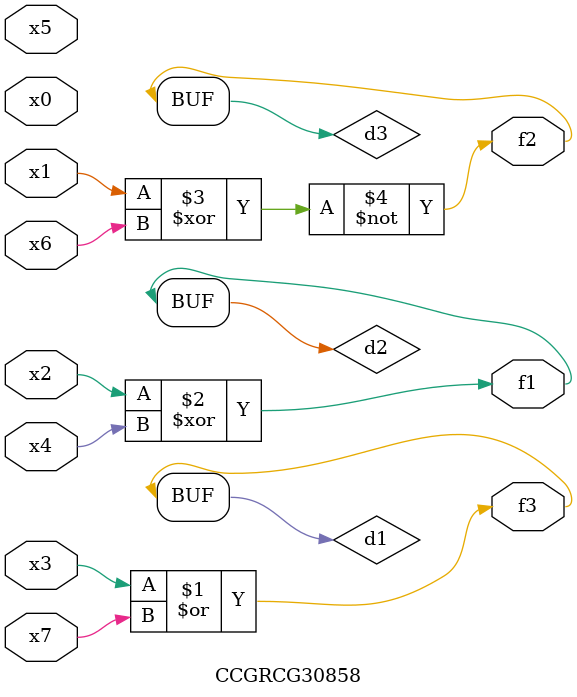
<source format=v>
module CCGRCG30858(
	input x0, x1, x2, x3, x4, x5, x6, x7,
	output f1, f2, f3
);

	wire d1, d2, d3;

	or (d1, x3, x7);
	xor (d2, x2, x4);
	xnor (d3, x1, x6);
	assign f1 = d2;
	assign f2 = d3;
	assign f3 = d1;
endmodule

</source>
